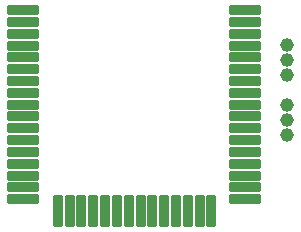
<source format=gbr>
%TF.GenerationSoftware,KiCad,Pcbnew,8.0.4+dfsg-1*%
%TF.CreationDate,2025-01-09T10:04:30-05:00*%
%TF.ProjectId,tag,7461672e-6b69-4636-9164-5f7063625858,1*%
%TF.SameCoordinates,Original*%
%TF.FileFunction,Soldermask,Bot*%
%TF.FilePolarity,Negative*%
%FSLAX46Y46*%
G04 Gerber Fmt 4.6, Leading zero omitted, Abs format (unit mm)*
G04 Created by KiCad (PCBNEW 8.0.4+dfsg-1) date 2025-01-09 10:04:30*
%MOMM*%
%LPD*%
G01*
G04 APERTURE LIST*
G04 Aperture macros list*
%AMRoundRect*
0 Rectangle with rounded corners*
0 $1 Rounding radius*
0 $2 $3 $4 $5 $6 $7 $8 $9 X,Y pos of 4 corners*
0 Add a 4 corners polygon primitive as box body*
4,1,4,$2,$3,$4,$5,$6,$7,$8,$9,$2,$3,0*
0 Add four circle primitives for the rounded corners*
1,1,$1+$1,$2,$3*
1,1,$1+$1,$4,$5*
1,1,$1+$1,$6,$7*
1,1,$1+$1,$8,$9*
0 Add four rect primitives between the rounded corners*
20,1,$1+$1,$2,$3,$4,$5,0*
20,1,$1+$1,$4,$5,$6,$7,0*
20,1,$1+$1,$6,$7,$8,$9,0*
20,1,$1+$1,$8,$9,$2,$3,0*%
G04 Aperture macros list end*
%ADD10C,1.165600*%
%ADD11RoundRect,0.050800X1.270000X0.375000X-1.270000X0.375000X-1.270000X-0.375000X1.270000X-0.375000X0*%
%ADD12RoundRect,0.050800X0.375000X-1.270000X0.375000X1.270000X-0.375000X1.270000X-0.375000X-1.270000X0*%
G04 APERTURE END LIST*
D10*
%TO.C,REF\u002A\u002A*%
X83840000Y-37670000D03*
X83840000Y-36400000D03*
X83840000Y-35130000D03*
X83840000Y-32590000D03*
X83840000Y-31320000D03*
X83840000Y-30050000D03*
%TD*%
D11*
%TO.C,U1*%
X80245000Y-27097500D03*
X80245000Y-28097500D03*
X80245000Y-29097500D03*
X80245000Y-30097500D03*
X80245000Y-31097500D03*
X80245000Y-32097500D03*
X80245000Y-33097500D03*
X80245000Y-34097500D03*
X80245000Y-35097500D03*
X80245000Y-36097500D03*
X80245000Y-37097500D03*
X80245000Y-38097500D03*
X80245000Y-39097500D03*
X80245000Y-40097500D03*
X80245000Y-41097500D03*
X80245000Y-42097500D03*
X80245000Y-43097500D03*
D12*
X77405000Y-44087500D03*
X76405000Y-44087500D03*
X75405000Y-44087500D03*
X74405000Y-44087500D03*
X73405000Y-44087500D03*
X72405000Y-44087500D03*
X71405000Y-44087500D03*
X70405000Y-44087500D03*
X69405000Y-44087500D03*
X68405000Y-44087500D03*
X67405000Y-44087500D03*
X66405000Y-44087500D03*
X65405000Y-44087500D03*
X64405000Y-44087500D03*
D11*
X61435000Y-43097500D03*
X61435000Y-42097500D03*
X61435000Y-41097500D03*
X61435000Y-40097500D03*
X61435000Y-39097500D03*
X61435000Y-38097500D03*
X61435000Y-37097500D03*
X61435000Y-36097500D03*
X61435000Y-35097500D03*
X61435000Y-34097500D03*
X61435000Y-33097500D03*
X61435000Y-32097500D03*
X61435000Y-31097500D03*
X61435000Y-30097500D03*
X61435000Y-29097500D03*
X61435000Y-28097500D03*
X61435000Y-27097500D03*
%TD*%
M02*

</source>
